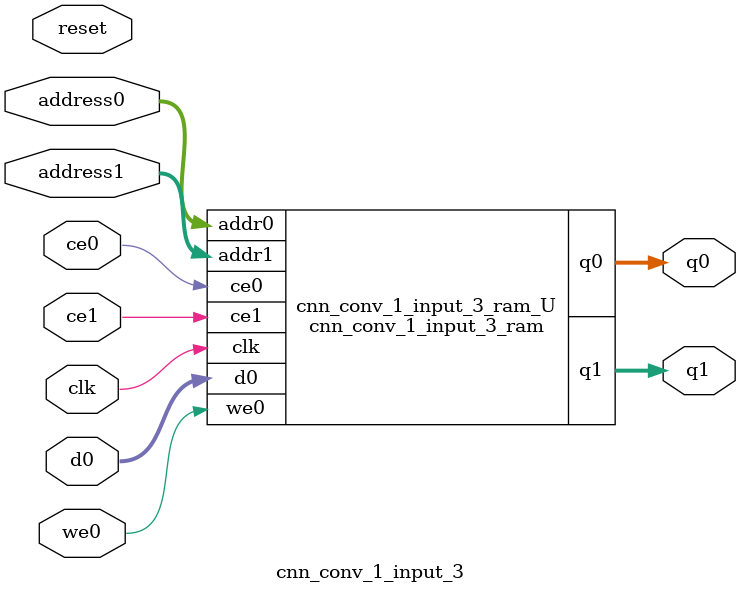
<source format=v>
`timescale 1 ns / 1 ps
module cnn_conv_1_input_3_ram (addr0, ce0, d0, we0, q0, addr1, ce1, q1,  clk);

parameter DWIDTH = 32;
parameter AWIDTH = 8;
parameter MEM_SIZE = 140;

input[AWIDTH-1:0] addr0;
input ce0;
input[DWIDTH-1:0] d0;
input we0;
output reg[DWIDTH-1:0] q0;
input[AWIDTH-1:0] addr1;
input ce1;
output reg[DWIDTH-1:0] q1;
input clk;

(* ram_style = "block" *)reg [DWIDTH-1:0] ram[0:MEM_SIZE-1];




always @(posedge clk)  
begin 
    if (ce0) 
    begin
        if (we0) 
        begin 
            ram[addr0] <= d0; 
        end 
        q0 <= ram[addr0];
    end
end


always @(posedge clk)  
begin 
    if (ce1) 
    begin
        q1 <= ram[addr1];
    end
end


endmodule

`timescale 1 ns / 1 ps
module cnn_conv_1_input_3(
    reset,
    clk,
    address0,
    ce0,
    we0,
    d0,
    q0,
    address1,
    ce1,
    q1);

parameter DataWidth = 32'd32;
parameter AddressRange = 32'd140;
parameter AddressWidth = 32'd8;
input reset;
input clk;
input[AddressWidth - 1:0] address0;
input ce0;
input we0;
input[DataWidth - 1:0] d0;
output[DataWidth - 1:0] q0;
input[AddressWidth - 1:0] address1;
input ce1;
output[DataWidth - 1:0] q1;



cnn_conv_1_input_3_ram cnn_conv_1_input_3_ram_U(
    .clk( clk ),
    .addr0( address0 ),
    .ce0( ce0 ),
    .we0( we0 ),
    .d0( d0 ),
    .q0( q0 ),
    .addr1( address1 ),
    .ce1( ce1 ),
    .q1( q1 ));

endmodule


</source>
